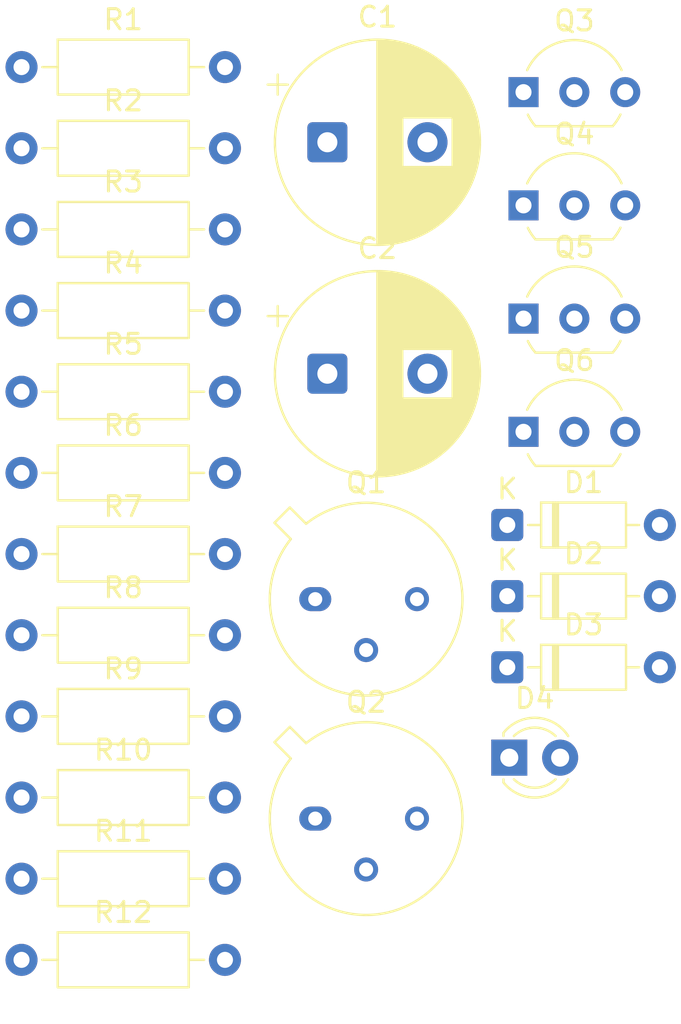
<source format=kicad_pcb>
(kicad_pcb (version 20241229) (generator "pcbnew") (generator_version "9.0")
  (layers (0 "F.Cu" signal) (2 "B.Cu" signal) (13 "F.Paste" user) (15 "B.Paste" user) (5 "F.SilkS" user "F.Silkscreen") (7 "B.SilkS" user "B.Silkscreen") (1 "F.Mask" user) (3 "B.Mask" user) (25 "Edge.Cuts" user))
  (net 0 "")
  (net 2 "Net-(C1-Pad1)")
  (net 3 "Net-(Q4-C)")
  (net 4 "GND")
  (net 5 "Net-(D1-K)")
  (net 6 "Net-(D1-A)")
  (net 7 "Net-(D2-K)")
  (net 8 "Net-(D3-K)")
  (net 9 "+12V")
  (net 10 "Net-(D4-K)")
  (net 11 "Net-(Q1-E)")
  (net 12 "Net-(Q1-C)")
  (net 13 "Net-(Q2-E)")
  (net 14 "Net-(Q2-C)")
  (net 15 "Net-(Q3-B)")
  (net 16 "Net-(Q3-C)")
  (net 17 "Net-(Q5-E)")
  (net 19 "Net-(Q6-E)")
  (net 20 "Net-(Q6-C)")
  (net 21 "Net-(Q6-B)")
  (footprint "Resistor_THT:R_Axial_DIN0207_L6.3mm_D2.5mm_P10.16mm_Horizontal" (layer "F.Cu") (at 68.12 100.25)
    (property "Reference" "R5" (at 5.08 -2.37 0) (layer "F.SilkS"))
    (property "Value" "1.2k")
    (pad "1" thru_hole circle (at 0 0) (size 1.6 1.6) (drill 0.8) (layers "*.Cu" "*.Mask") (net 9 "+12V"))
    (pad "2" thru_hole circle (at 10.16 0) (size 1.6 1.6) (drill 0.8) (layers "*.Cu" "*.Mask") (net 6 "Net-(D1-A)"))
  )
  (footprint "Package_TO_SOT_THT:TO-92L_Inline_Wide" (layer "F.Cu") (at 93.19 85.3)
    (property "Reference" "Q3" (at 2.54 -3.56 0) (layer "F.SilkS"))
    (property "Value" "BC548")
    (pad "1" thru_hole rect (at 0 0) (size 1.5 1.5) (drill 0.8) (layers "*.Cu" "*.Mask") (net 16 "Net-(Q3-C)"))
    (pad "2" thru_hole circle (at 2.54 0) (size 1.5 1.5) (drill 0.8) (layers "*.Cu" "*.Mask") (net 15 "Net-(Q3-B)"))
    (pad "3" thru_hole circle (at 5.08 0) (size 1.5 1.5) (drill 0.8) (layers "*.Cu" "*.Mask") (net 4 "GND"))
  )
  (footprint "Resistor_THT:R_Axial_DIN0207_L6.3mm_D2.5mm_P10.16mm_Horizontal" (layer "F.Cu") (at 68.12 124.55)
    (property "Reference" "R11" (at 5.08 -2.37 0) (layer "F.SilkS"))
    (property "Value" "1k")
    (pad "1" thru_hole circle (at 0 0) (size 1.6 1.6) (drill 0.8) (layers "*.Cu" "*.Mask") (net 19 "Net-(Q6-E)"))
    (pad "2" thru_hole circle (at 10.16 0) (size 1.6 1.6) (drill 0.8) (layers "*.Cu" "*.Mask") (net 4 "GND"))
  )
  (footprint "Resistor_THT:R_Axial_DIN0207_L6.3mm_D2.5mm_P10.16mm_Horizontal" (layer "F.Cu") (at 68.12 92.15)
    (property "Reference" "R3" (at 5.08 -2.37 0) (layer "F.SilkS"))
    (property "Value" "10")
    (pad "1" thru_hole circle (at 0 0) (size 1.6 1.6) (drill 0.8) (layers "*.Cu" "*.Mask") (net 9 "+12V"))
    (pad "2" thru_hole circle (at 10.16 0) (size 1.6 1.6) (drill 0.8) (layers "*.Cu" "*.Mask") (net 12 "Net-(Q1-C)"))
  )
  (footprint "Package_TO_SOT_THT:TO-92L_Inline_Wide" (layer "F.Cu") (at 93.19 90.95)
    (property "Reference" "Q4" (at 2.54 -3.56 0) (layer "F.SilkS"))
    (property "Value" "BC557")
    (pad "1" thru_hole rect (at 0 0) (size 1.5 1.5) (drill 0.8) (layers "*.Cu" "*.Mask") (net 3 "Net-(Q4-C)"))
    (pad "2" thru_hole circle (at 2.54 0) (size 1.5 1.5) (drill 0.8) (layers "*.Cu" "*.Mask") (net 16 "Net-(Q3-C)"))
    (pad "3" thru_hole circle (at 5.08 0) (size 1.5 1.5) (drill 0.8) (layers "*.Cu" "*.Mask") (net 9 "+12V"))
  )
  (footprint "Resistor_THT:R_Axial_DIN0207_L6.3mm_D2.5mm_P10.16mm_Horizontal" (layer "F.Cu") (at 68.12 88.1)
    (property "Reference" "R2" (at 5.08 -2.37 0) (layer "F.SilkS"))
    (property "Value" "4.7")
    (pad "1" thru_hole circle (at 0 0) (size 1.6 1.6) (drill 0.8) (layers "*.Cu" "*.Mask") (net 2 "Net-(C1-Pad1)"))
    (pad "2" thru_hole circle (at 10.16 0) (size 1.6 1.6) (drill 0.8) (layers "*.Cu" "*.Mask") (net 13 "Net-(Q2-E)"))
  )
  (footprint "Resistor_THT:R_Axial_DIN0207_L6.3mm_D2.5mm_P10.16mm_Horizontal" (layer "F.Cu") (at 68.12 84.05)
    (property "Reference" "R1" (at 5.08 -2.37 0) (layer "F.SilkS"))
    (property "Value" "4.7")
    (pad "1" thru_hole circle (at 0 0) (size 1.6 1.6) (drill 0.8) (layers "*.Cu" "*.Mask") (net 11 "Net-(Q1-E)"))
    (pad "2" thru_hole circle (at 10.16 0) (size 1.6 1.6) (drill 0.8) (layers "*.Cu" "*.Mask") (net 2 "Net-(C1-Pad1)"))
  )
  (footprint "Resistor_THT:R_Axial_DIN0207_L6.3mm_D2.5mm_P10.16mm_Horizontal" (layer "F.Cu") (at 68.12 116.45)
    (property "Reference" "R9" (at 5.08 -2.37 0) (layer "F.SilkS"))
    (property "Value" "1k")
    (pad "1" thru_hole circle (at 0 0) (size 1.6 1.6) (drill 0.8) (layers "*.Cu" "*.Mask") (net 3 "Net-(Q4-C)"))
    (pad "2" thru_hole circle (at 10.16 0) (size 1.6 1.6) (drill 0.8) (layers "*.Cu" "*.Mask") (net 4 "GND"))
  )
  (footprint "Resistor_THT:R_Axial_DIN0207_L6.3mm_D2.5mm_P10.16mm_Horizontal" (layer "F.Cu") (at 68.12 128.6)
    (property "Reference" "R12" (at 5.08 -2.37 0) (layer "F.SilkS"))
    (property "Value" "1k")
    (pad "1" thru_hole circle (at 0 0) (size 1.6 1.6) (drill 0.8) (layers "*.Cu" "*.Mask") (net 10 "Net-(D4-K)"))
    (pad "2" thru_hole circle (at 10.16 0) (size 1.6 1.6) (drill 0.8) (layers "*.Cu" "*.Mask") (net 20 "Net-(Q6-C)"))
  )
  (footprint "LED_THT:LED_D3.0mm" (layer "F.Cu") (at 92.48 118.51)
    (property "Reference" "D4" (at 1.27 -2.96 0) (layer "F.SilkS"))
    (property "Value" "LED")
    (pad "1" thru_hole rect (at 0 0) (size 1.8 1.8) (drill 0.9) (layers "*.Cu" "*.Mask") (net 10 "Net-(D4-K)"))
    (pad "2" thru_hole circle (at 2.54 0) (size 1.8 1.8) (drill 0.9) (layers "*.Cu" "*.Mask") (net 9 "+12V"))
  )
  (footprint "Diode_THT:D_DO-35_SOD27_P7.62mm_Horizontal" (layer "F.Cu") (at 92.38 106.9)
    (property "Reference" "D1" (at 3.81 -2.12 0) (layer "F.SilkS"))
    (property "Value" "1N4148")
    (fp_text user "K" (at 0 -1.8 0) (layer "F.SilkS"))
    (pad "1" thru_hole roundrect (at 0 0) (size 1.6 1.6) (drill 0.8) (layers "*.Cu" "*.Mask") (roundrect_rratio 0.15625) (net 5 "Net-(D1-K)"))
    (pad "2" thru_hole circle (at 7.62 0) (size 1.6 1.6) (drill 0.8) (layers "*.Cu" "*.Mask") (net 6 "Net-(D1-A)"))
  )
  (footprint "Package_TO_SOT_THT:TO-92L_Inline_Wide" (layer "F.Cu") (at 93.19 102.25)
    (property "Reference" "Q6" (at 2.54 -3.56 0) (layer "F.SilkS"))
    (property "Value" "BC548")
    (pad "1" thru_hole rect (at 0 0) (size 1.5 1.5) (drill 0.8) (layers "*.Cu" "*.Mask") (net 20 "Net-(Q6-C)"))
    (pad "2" thru_hole circle (at 2.54 0) (size 1.5 1.5) (drill 0.8) (layers "*.Cu" "*.Mask") (net 21 "Net-(Q6-B)"))
    (pad "3" thru_hole circle (at 5.08 0) (size 1.5 1.5) (drill 0.8) (layers "*.Cu" "*.Mask") (net 19 "Net-(Q6-E)"))
  )
  (footprint "Capacitor_THT:CP_Radial_D10.0mm_P5.00mm" (layer "F.Cu") (at 83.394646 87.8)
    (property "Reference" "C1" (at 2.5 -6.25 0) (layer "F.SilkS"))
    (property "Value" "100µ")
    (pad "1" thru_hole roundrect (at 0 0) (size 2 2) (drill 1) (layers "*.Cu" "*.Mask") (roundrect_rratio 0.125) (net 2 "Net-(C1-Pad1)"))
    (pad "2" thru_hole circle (at 5 0) (size 2 2) (drill 1) (layers "*.Cu" "*.Mask"))
  )
  (footprint "Diode_THT:D_DO-35_SOD27_P7.62mm_Horizontal" (layer "F.Cu") (at 92.38 110.45)
    (property "Reference" "D2" (at 3.81 -2.12 0) (layer "F.SilkS"))
    (property "Value" "1N4148")
    (fp_text user "K" (at 0 -1.8 0) (layer "F.SilkS"))
    (pad "1" thru_hole roundrect (at 0 0) (size 1.6 1.6) (drill 0.8) (layers "*.Cu" "*.Mask") (roundrect_rratio 0.15625) (net 7 "Net-(D2-K)"))
    (pad "2" thru_hole circle (at 7.62 0) (size 1.6 1.6) (drill 0.8) (layers "*.Cu" "*.Mask") (net 5 "Net-(D1-K)"))
  )
  (footprint "Resistor_THT:R_Axial_DIN0207_L6.3mm_D2.5mm_P10.16mm_Horizontal" (layer "F.Cu") (at 68.12 104.3)
    (property "Reference" "R6" (at 5.08 -2.37 0) (layer "F.SilkS"))
    (property "Value" "1k")
    (pad "1" thru_hole circle (at 0 0) (size 1.6 1.6) (drill 0.8) (layers "*.Cu" "*.Mask") (net 14 "Net-(Q2-C)"))
    (pad "2" thru_hole circle (at 10.16 0) (size 1.6 1.6) (drill 0.8) (layers "*.Cu" "*.Mask") (net 15 "Net-(Q3-B)"))
  )
  (footprint "Resistor_THT:R_Axial_DIN0207_L6.3mm_D2.5mm_P10.16mm_Horizontal" (layer "F.Cu") (at 68.12 120.5)
    (property "Reference" "R10" (at 5.08 -2.37 0) (layer "F.SilkS"))
    (property "Value" "1k")
    (pad "1" thru_hole circle (at 0 0) (size 1.6 1.6) (drill 0.8) (layers "*.Cu" "*.Mask") (net 3 "Net-(Q4-C)"))
    (pad "2" thru_hole circle (at 10.16 0) (size 1.6 1.6) (drill 0.8) (layers "*.Cu" "*.Mask") (net 21 "Net-(Q6-B)"))
  )
  (footprint "Resistor_THT:R_Axial_DIN0207_L6.3mm_D2.5mm_P10.16mm_Horizontal" (layer "F.Cu") (at 68.12 112.4)
    (property "Reference" "R8" (at 5.08 -2.37 0) (layer "F.SilkS"))
    (property "Value" "330")
    (pad "1" thru_hole circle (at 0 0) (size 1.6 1.6) (drill 0.8) (layers "*.Cu" "*.Mask") (net 17 "Net-(Q5-E)"))
    (pad "2" thru_hole circle (at 10.16 0) (size 1.6 1.6) (drill 0.8) (layers "*.Cu" "*.Mask") (net 4 "GND"))
  )
  (footprint "Capacitor_THT:CP_Radial_D10.0mm_P5.00mm" (layer "F.Cu") (at 83.394646 99.35)
    (property "Reference" "C2" (at 2.5 -6.25 0) (layer "F.SilkS"))
    (property "Value" "100µ")
    (pad "1" thru_hole roundrect (at 0 0) (size 2 2) (drill 1) (layers "*.Cu" "*.Mask") (roundrect_rratio 0.125) (net 3 "Net-(Q4-C)"))
    (pad "2" thru_hole circle (at 5 0) (size 2 2) (drill 1) (layers "*.Cu" "*.Mask") (net 4 "GND"))
  )
  (footprint "Package_TO_SOT_THT:TO-39-3" (layer "F.Cu") (at 82.79 121.55)
    (property "Reference" "Q2" (at 2.54 -5.81 0) (layer "F.SilkS"))
    (property "Value" "BC160")
    (pad "1" thru_hole oval (at 0 0) (size 1.6 1.2) (drill 0.7) (layers "*.Cu" "*.Mask") (net 13 "Net-(Q2-E)"))
    (pad "2" thru_hole circle (at 2.54 2.54) (size 1.2 1.2) (drill 0.7) (layers "*.Cu" "*.Mask") (net 8 "Net-(D3-K)"))
    (pad "3" thru_hole circle (at 5.08 0) (size 1.2 1.2) (drill 0.7) (layers "*.Cu" "*.Mask") (net 14 "Net-(Q2-C)"))
  )
  (footprint "Diode_THT:D_DO-35_SOD27_P7.62mm_Horizontal" (layer "F.Cu") (at 92.38 114)
    (property "Reference" "D3" (at 3.81 -2.12 0) (layer "F.SilkS"))
    (property "Value" "1N4148")
    (fp_text user "K" (at 0 -1.8 0) (layer "F.SilkS"))
    (pad "1" thru_hole roundrect (at 0 0) (size 1.6 1.6) (drill 0.8) (layers "*.Cu" "*.Mask") (roundrect_rratio 0.15625) (net 8 "Net-(D3-K)"))
    (pad "2" thru_hole circle (at 7.62 0) (size 1.6 1.6) (drill 0.8) (layers "*.Cu" "*.Mask") (net 7 "Net-(D2-K)"))
  )
  (footprint "Package_TO_SOT_THT:TO-39-3" (layer "F.Cu") (at 82.79 110.6)
    (property "Reference" "Q1" (at 2.54 -5.81 0) (layer "F.SilkS"))
    (property "Value" "BC140")
    (pad "1" thru_hole oval (at 0 0) (size 1.6 1.2) (drill 0.7) (layers "*.Cu" "*.Mask") (net 11 "Net-(Q1-E)"))
    (pad "2" thru_hole circle (at 2.54 2.54) (size 1.2 1.2) (drill 0.7) (layers "*.Cu" "*.Mask") (net 6 "Net-(D1-A)"))
    (pad "3" thru_hole circle (at 5.08 0) (size 1.2 1.2) (drill 0.7) (layers "*.Cu" "*.Mask") (net 12 "Net-(Q1-C)"))
  )
  (footprint "Resistor_THT:R_Axial_DIN0207_L6.3mm_D2.5mm_P10.16mm_Horizontal" (layer "F.Cu") (at 68.12 108.35)
    (property "Reference" "R7" (at 5.08 -2.37 0) (layer "F.SilkS"))
    (property "Value" "1k")
    (pad "1" thru_hole circle (at 0 0) (size 1.6 1.6) (drill 0.8) (layers "*.Cu" "*.Mask") (net 9 "+12V"))
    (pad "2" thru_hole circle (at 10.16 0) (size 1.6 1.6) (drill 0.8) (layers "*.Cu" "*.Mask") (net 16 "Net-(Q3-C)"))
  )
  (footprint "Resistor_THT:R_Axial_DIN0207_L6.3mm_D2.5mm_P10.16mm_Horizontal" (layer "F.Cu") (at 68.12 96.2)
    (property "Reference" "R4" (at 5.08 -2.37 0) (layer "F.SilkS"))
    (property "Value" "22")
    (pad "1" thru_hole circle (at 0 0) (size 1.6 1.6) (drill 0.8) (layers "*.Cu" "*.Mask") (net 14 "Net-(Q2-C)"))
    (pad "2" thru_hole circle (at 10.16 0) (size 1.6 1.6) (drill 0.8) (layers "*.Cu" "*.Mask") (net 4 "GND"))
  )
  (footprint "Package_TO_SOT_THT:TO-92L_Inline_Wide" (layer "F.Cu") (at 93.19 96.6)
    (property "Reference" "Q5" (at 2.54 -3.56 0) (layer "F.SilkS"))
    (property "Value" "BC548")
    (pad "1" thru_hole rect (at 0 0) (size 1.5 1.5) (drill 0.8) (layers "*.Cu" "*.Mask") (net 8 "Net-(D3-K)"))
    (pad "2" thru_hole circle (at 2.54 0) (size 1.5 1.5) (drill 0.8) (layers "*.Cu" "*.Mask"))
    (pad "3" thru_hole circle (at 5.08 0) (size 1.5 1.5) (drill 0.8) (layers "*.Cu" "*.Mask") (net 17 "Net-(Q5-E)"))
  )
)
</source>
